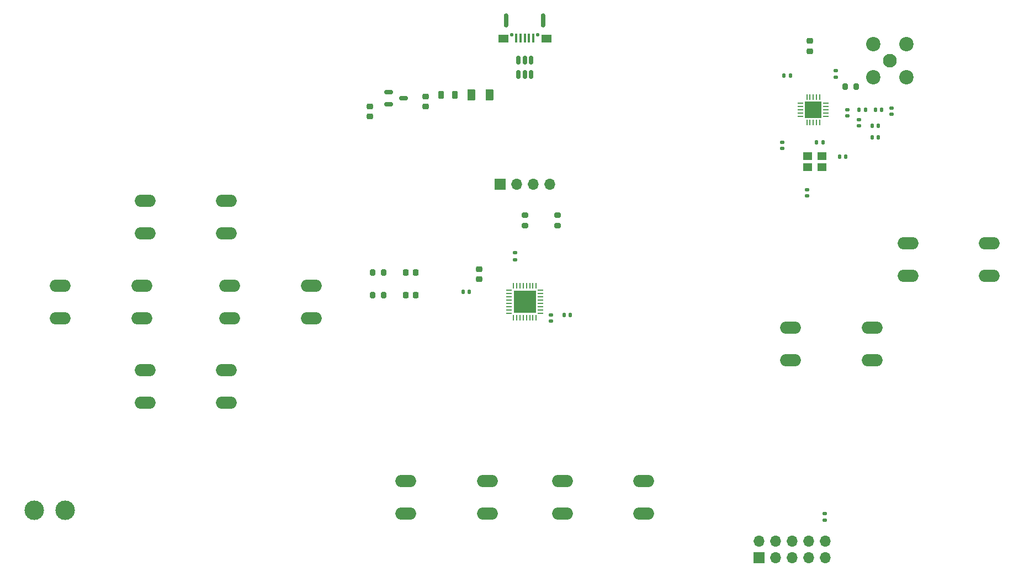
<source format=gbr>
%TF.GenerationSoftware,KiCad,Pcbnew,8.0.2*%
%TF.CreationDate,2024-06-08T21:37:47-07:00*%
%TF.ProjectId,STM_RF_PCB,53544d5f-5246-45f5-9043-422e6b696361,rev?*%
%TF.SameCoordinates,Original*%
%TF.FileFunction,Soldermask,Top*%
%TF.FilePolarity,Negative*%
%FSLAX46Y46*%
G04 Gerber Fmt 4.6, Leading zero omitted, Abs format (unit mm)*
G04 Created by KiCad (PCBNEW 8.0.2) date 2024-06-08 21:37:47*
%MOMM*%
%LPD*%
G01*
G04 APERTURE LIST*
G04 Aperture macros list*
%AMRoundRect*
0 Rectangle with rounded corners*
0 $1 Rounding radius*
0 $2 $3 $4 $5 $6 $7 $8 $9 X,Y pos of 4 corners*
0 Add a 4 corners polygon primitive as box body*
4,1,4,$2,$3,$4,$5,$6,$7,$8,$9,$2,$3,0*
0 Add four circle primitives for the rounded corners*
1,1,$1+$1,$2,$3*
1,1,$1+$1,$4,$5*
1,1,$1+$1,$6,$7*
1,1,$1+$1,$8,$9*
0 Add four rect primitives between the rounded corners*
20,1,$1+$1,$2,$3,$4,$5,0*
20,1,$1+$1,$4,$5,$6,$7,0*
20,1,$1+$1,$6,$7,$8,$9,0*
20,1,$1+$1,$8,$9,$2,$3,0*%
G04 Aperture macros list end*
%ADD10O,3.200000X1.900000*%
%ADD11RoundRect,0.150000X-0.150000X0.512500X-0.150000X-0.512500X0.150000X-0.512500X0.150000X0.512500X0*%
%ADD12RoundRect,0.200000X0.275000X-0.200000X0.275000X0.200000X-0.275000X0.200000X-0.275000X-0.200000X0*%
%ADD13RoundRect,0.200000X0.200000X0.275000X-0.200000X0.275000X-0.200000X-0.275000X0.200000X-0.275000X0*%
%ADD14RoundRect,0.140000X-0.170000X0.140000X-0.170000X-0.140000X0.170000X-0.140000X0.170000X0.140000X0*%
%ADD15RoundRect,0.140000X-0.140000X-0.170000X0.140000X-0.170000X0.140000X0.170000X-0.140000X0.170000X0*%
%ADD16RoundRect,0.147500X-0.172500X0.147500X-0.172500X-0.147500X0.172500X-0.147500X0.172500X0.147500X0*%
%ADD17RoundRect,0.135000X0.185000X-0.135000X0.185000X0.135000X-0.185000X0.135000X-0.185000X-0.135000X0*%
%ADD18C,3.000000*%
%ADD19RoundRect,0.062500X-0.350000X-0.062500X0.350000X-0.062500X0.350000X0.062500X-0.350000X0.062500X0*%
%ADD20RoundRect,0.062500X-0.062500X-0.350000X0.062500X-0.350000X0.062500X0.350000X-0.062500X0.350000X0*%
%ADD21R,2.500000X2.500000*%
%ADD22R,1.700000X1.700000*%
%ADD23O,1.700000X1.700000*%
%ADD24RoundRect,0.150000X-0.512500X-0.150000X0.512500X-0.150000X0.512500X0.150000X-0.512500X0.150000X0*%
%ADD25RoundRect,0.225000X-0.250000X0.225000X-0.250000X-0.225000X0.250000X-0.225000X0.250000X0.225000X0*%
%ADD26RoundRect,0.218750X0.218750X0.381250X-0.218750X0.381250X-0.218750X-0.381250X0.218750X-0.381250X0*%
%ADD27O,0.750000X2.150000*%
%ADD28C,0.550000*%
%ADD29R,0.400000X1.350000*%
%ADD30R,1.500000X1.200000*%
%ADD31RoundRect,0.250000X-0.375000X-0.625000X0.375000X-0.625000X0.375000X0.625000X-0.375000X0.625000X0*%
%ADD32RoundRect,0.218750X-0.218750X-0.256250X0.218750X-0.256250X0.218750X0.256250X-0.218750X0.256250X0*%
%ADD33R,1.400000X1.200000*%
%ADD34RoundRect,0.147500X-0.147500X-0.172500X0.147500X-0.172500X0.147500X0.172500X-0.147500X0.172500X0*%
%ADD35RoundRect,0.140000X0.140000X0.170000X-0.140000X0.170000X-0.140000X-0.170000X0.140000X-0.170000X0*%
%ADD36RoundRect,0.225000X0.250000X-0.225000X0.250000X0.225000X-0.250000X0.225000X-0.250000X-0.225000X0*%
%ADD37RoundRect,0.062500X-0.375000X-0.062500X0.375000X-0.062500X0.375000X0.062500X-0.375000X0.062500X0*%
%ADD38RoundRect,0.062500X-0.062500X-0.375000X0.062500X-0.375000X0.062500X0.375000X-0.062500X0.375000X0*%
%ADD39R,3.500000X3.500000*%
%ADD40C,2.100000*%
%ADD41C,2.200000*%
%ADD42RoundRect,0.135000X0.135000X0.185000X-0.135000X0.185000X-0.135000X-0.185000X0.135000X-0.185000X0*%
%ADD43RoundRect,0.140000X0.170000X-0.140000X0.170000X0.140000X-0.170000X0.140000X-0.170000X-0.140000X0*%
%ADD44RoundRect,0.200000X-0.200000X-0.275000X0.200000X-0.275000X0.200000X0.275000X-0.200000X0.275000X0*%
G04 APERTURE END LIST*
D10*
%TO.C,SW5*%
X189250000Y-109000000D03*
X201750000Y-109000000D03*
X189250000Y-114000000D03*
X201750000Y-114000000D03*
%TD*%
D11*
%TO.C,U2*%
X149450000Y-67862500D03*
X148500000Y-67862500D03*
X147550000Y-67862500D03*
X147550000Y-70137500D03*
X148500000Y-70137500D03*
X149450000Y-70137500D03*
%TD*%
D12*
%TO.C,R6*%
X148500000Y-93325000D03*
X148500000Y-91675000D03*
%TD*%
D13*
%TO.C,R5*%
X126825000Y-100500000D03*
X125175000Y-100500000D03*
%TD*%
D14*
%TO.C,C6*%
X191750000Y-87770000D03*
X191750000Y-88730000D03*
%TD*%
D15*
%TO.C,C8*%
X201770000Y-79750000D03*
X202730000Y-79750000D03*
%TD*%
D16*
%TO.C,L2*%
X198000000Y-75500000D03*
X198000000Y-76470000D03*
%TD*%
D14*
%TO.C,C3*%
X188000000Y-80520000D03*
X188000000Y-81480000D03*
%TD*%
D17*
%TO.C,R1*%
X196187500Y-70510000D03*
X196187500Y-69490000D03*
%TD*%
D15*
%TO.C,C7*%
X201770000Y-78000000D03*
X202730000Y-78000000D03*
%TD*%
D18*
%TO.C,3v3*%
X73250000Y-137000000D03*
%TD*%
D19*
%TO.C,U1*%
X190812500Y-74500000D03*
X190812500Y-75000000D03*
X190812500Y-75500000D03*
X190812500Y-76000000D03*
X190812500Y-76500000D03*
D20*
X191750000Y-77437500D03*
X192250000Y-77437500D03*
X192750000Y-77437500D03*
X193250000Y-77437500D03*
X193750000Y-77437500D03*
D19*
X194687500Y-76500000D03*
X194687500Y-76000000D03*
X194687500Y-75500000D03*
X194687500Y-75000000D03*
X194687500Y-74500000D03*
D20*
X193750000Y-73562500D03*
X193250000Y-73562500D03*
X192750000Y-73562500D03*
X192250000Y-73562500D03*
X191750000Y-73562500D03*
D21*
X192750000Y-75500000D03*
%TD*%
D22*
%TO.C,J3*%
X184425000Y-144275000D03*
D23*
X184425000Y-141735000D03*
X186965000Y-144275000D03*
X186965000Y-141735000D03*
X189505000Y-144275000D03*
X189505000Y-141735000D03*
X192045000Y-144275000D03*
X192045000Y-141735000D03*
X194585000Y-144275000D03*
X194585000Y-141735000D03*
%TD*%
D16*
%TO.C,L1*%
X199750000Y-77015000D03*
X199750000Y-77985000D03*
%TD*%
D24*
%TO.C,U3*%
X127612500Y-72800000D03*
X127612500Y-74700000D03*
X129887500Y-73750000D03*
%TD*%
D25*
%TO.C,C11*%
X133250000Y-73475000D03*
X133250000Y-75025000D03*
%TD*%
D10*
%TO.C,SW3*%
X90250000Y-115500000D03*
X102750000Y-115500000D03*
X90250000Y-120500000D03*
X102750000Y-120500000D03*
%TD*%
D26*
%TO.C,FB1*%
X137812500Y-73250000D03*
X135687500Y-73250000D03*
%TD*%
D27*
%TO.C,J2*%
X151325000Y-61825000D03*
D28*
X150500000Y-63975000D03*
X146500000Y-63975000D03*
D27*
X145675000Y-61825000D03*
D29*
X149800000Y-64500000D03*
X149150000Y-64500000D03*
X148500000Y-64500000D03*
X147850000Y-64500000D03*
X147200000Y-64500000D03*
D30*
X151800000Y-64575000D03*
X145200000Y-64575000D03*
%TD*%
D10*
%TO.C,SW8*%
X154250000Y-132500000D03*
X166750000Y-132500000D03*
X154250000Y-137500000D03*
X166750000Y-137500000D03*
%TD*%
%TO.C,SW1*%
X90250000Y-89500000D03*
X102750000Y-89500000D03*
X90250000Y-94500000D03*
X102750000Y-94500000D03*
%TD*%
D31*
%TO.C,F1*%
X140350000Y-73250000D03*
X143150000Y-73250000D03*
%TD*%
D32*
%TO.C,D2*%
X130212500Y-104000000D03*
X131787500Y-104000000D03*
%TD*%
D33*
%TO.C,Y1*%
X194100000Y-82650000D03*
X191900000Y-82650000D03*
X191900000Y-84350000D03*
X194100000Y-84350000D03*
%TD*%
D34*
%TO.C,L3*%
X199765000Y-75500000D03*
X200735000Y-75500000D03*
%TD*%
D35*
%TO.C,C16*%
X139980000Y-103500000D03*
X139020000Y-103500000D03*
%TD*%
D10*
%TO.C,SW6*%
X207250000Y-96000000D03*
X219750000Y-96000000D03*
X207250000Y-101000000D03*
X219750000Y-101000000D03*
%TD*%
D14*
%TO.C,C10*%
X204750000Y-75270000D03*
X204750000Y-76230000D03*
%TD*%
D36*
%TO.C,C4*%
X192250000Y-66525000D03*
X192250000Y-64975000D03*
%TD*%
D15*
%TO.C,C9*%
X202270000Y-75500000D03*
X203230000Y-75500000D03*
%TD*%
D32*
%TO.C,D1*%
X130212500Y-100500000D03*
X131787500Y-100500000D03*
%TD*%
D37*
%TO.C,U4*%
X146062500Y-103250000D03*
X146062500Y-103750000D03*
X146062500Y-104250000D03*
X146062500Y-104750000D03*
X146062500Y-105250000D03*
X146062500Y-105750000D03*
X146062500Y-106250000D03*
X146062500Y-106750000D03*
D38*
X146750000Y-107437500D03*
X147250000Y-107437500D03*
X147750000Y-107437500D03*
X148250000Y-107437500D03*
X148750000Y-107437500D03*
X149250000Y-107437500D03*
X149750000Y-107437500D03*
X150250000Y-107437500D03*
D37*
X150937500Y-106750000D03*
X150937500Y-106250000D03*
X150937500Y-105750000D03*
X150937500Y-105250000D03*
X150937500Y-104750000D03*
X150937500Y-104250000D03*
X150937500Y-103750000D03*
X150937500Y-103250000D03*
D38*
X150250000Y-102562500D03*
X149750000Y-102562500D03*
X149250000Y-102562500D03*
X148750000Y-102562500D03*
X148250000Y-102562500D03*
X147750000Y-102562500D03*
X147250000Y-102562500D03*
X146750000Y-102562500D03*
D39*
X148500000Y-105000000D03*
%TD*%
D18*
%TO.C,GND*%
X78000000Y-137000000D03*
%TD*%
D15*
%TO.C,C15*%
X154520000Y-107000000D03*
X155480000Y-107000000D03*
%TD*%
D10*
%TO.C,SW4*%
X103250000Y-102500000D03*
X115750000Y-102500000D03*
X103250000Y-107500000D03*
X115750000Y-107500000D03*
%TD*%
D25*
%TO.C,C12*%
X124750000Y-74975000D03*
X124750000Y-76525000D03*
%TD*%
D17*
%TO.C,R3*%
X147000000Y-98510000D03*
X147000000Y-97490000D03*
%TD*%
D10*
%TO.C,SW2*%
X77250000Y-102500000D03*
X89750000Y-102500000D03*
X77250000Y-107500000D03*
X89750000Y-107500000D03*
%TD*%
D40*
%TO.C,J1*%
X204500000Y-68000000D03*
D41*
X201960000Y-65460000D03*
X201960000Y-70540000D03*
X207040000Y-65460000D03*
X207040000Y-70540000D03*
%TD*%
D22*
%TO.C,J4*%
X144700000Y-86975000D03*
D23*
X147240000Y-86975000D03*
X149780000Y-86975000D03*
X152320000Y-86975000D03*
%TD*%
D14*
%TO.C,C14*%
X152500000Y-107020000D03*
X152500000Y-107980000D03*
%TD*%
D15*
%TO.C,C5*%
X196770000Y-82750000D03*
X197730000Y-82750000D03*
%TD*%
D42*
%TO.C,R2*%
X194260000Y-80500000D03*
X193240000Y-80500000D03*
%TD*%
D12*
%TO.C,R7*%
X153500000Y-93325000D03*
X153500000Y-91675000D03*
%TD*%
D35*
%TO.C,C1*%
X189230000Y-70250000D03*
X188270000Y-70250000D03*
%TD*%
D36*
%TO.C,C17*%
X141500000Y-101500000D03*
X141500000Y-99950000D03*
%TD*%
D43*
%TO.C,C13*%
X194500000Y-138480000D03*
X194500000Y-137520000D03*
%TD*%
D13*
%TO.C,R4*%
X126825000Y-104000000D03*
X125175000Y-104000000D03*
%TD*%
D44*
%TO.C,C2*%
X197675000Y-72000000D03*
X199325000Y-72000000D03*
%TD*%
D10*
%TO.C,SW7*%
X130250000Y-132500000D03*
X142750000Y-132500000D03*
X130250000Y-137500000D03*
X142750000Y-137500000D03*
%TD*%
M02*

</source>
